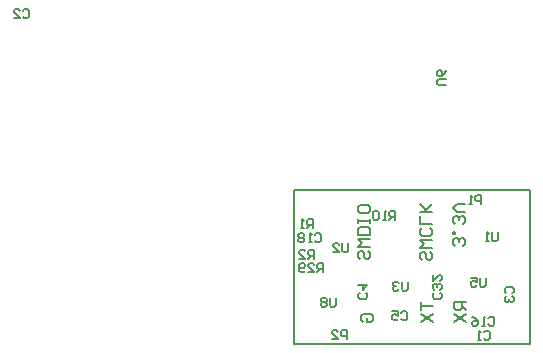
<source format=gbo>
%FSLAX25Y25*%
%MOIN*%
G70*
G01*
G75*
G04 Layer_Color=32896*
%ADD10R,0.02756X0.03347*%
%ADD11R,0.03347X0.02756*%
%ADD12O,0.03543X0.01969*%
%ADD13O,0.03543X0.01969*%
%ADD14R,0.03543X0.01969*%
%ADD15R,0.02362X0.02362*%
%ADD16R,0.02200X0.01378*%
%ADD17O,0.01102X0.03937*%
%ADD18O,0.03937X0.01102*%
%ADD19R,0.05906X0.05906*%
%ADD20R,0.02362X0.02362*%
%ADD21O,0.02400X0.00800*%
%ADD22O,0.00800X0.02400*%
%ADD23O,0.02756X0.00787*%
%ADD24O,0.00787X0.02756*%
%ADD25C,0.00600*%
%ADD26C,0.01000*%
%ADD27C,0.02000*%
%ADD28C,0.00800*%
%ADD29C,0.01500*%
%ADD30C,0.00500*%
%ADD31C,0.05906*%
%ADD32C,0.02000*%
%ADD33C,0.00787*%
%ADD34C,0.00984*%
%ADD35R,0.03556X0.04147*%
%ADD36R,0.04147X0.03556*%
%ADD37O,0.04343X0.02769*%
%ADD38O,0.04343X0.02769*%
%ADD39R,0.04343X0.02769*%
%ADD40R,0.03162X0.03162*%
%ADD41R,0.03000X0.02178*%
%ADD42O,0.01902X0.04737*%
%ADD43O,0.04737X0.01902*%
%ADD44R,0.06706X0.06706*%
%ADD45R,0.03162X0.03162*%
%ADD46O,0.03200X0.01600*%
%ADD47O,0.01600X0.03200*%
%ADD48O,0.03556X0.01587*%
%ADD49O,0.01587X0.03556*%
%ADD50C,0.06706*%
D30*
X24632Y-20134D02*
X25299Y-20801D01*
Y-22133D01*
X24632Y-22800D01*
X23966D01*
X23299Y-22133D01*
Y-20801D01*
X22633Y-20134D01*
X21967D01*
X21300Y-20801D01*
Y-22133D01*
X21967Y-22800D01*
X25299Y-18801D02*
X21300D01*
X22633Y-17468D01*
X21300Y-16136D01*
X25299D01*
Y-14803D02*
X21300D01*
Y-12803D01*
X21967Y-12137D01*
X24632D01*
X25299Y-12803D01*
Y-14803D01*
Y-10804D02*
Y-9471D01*
Y-10137D01*
X21300D01*
Y-10804D01*
Y-9471D01*
X25299Y-5472D02*
Y-6805D01*
X24632Y-7472D01*
X21967D01*
X21300Y-6805D01*
Y-5472D01*
X21967Y-4806D01*
X24632D01*
X25299Y-5472D01*
X45532Y-20434D02*
X46199Y-21101D01*
Y-22433D01*
X45532Y-23100D01*
X44866D01*
X44199Y-22433D01*
Y-21101D01*
X43533Y-20434D01*
X42866D01*
X42200Y-21101D01*
Y-22433D01*
X42866Y-23100D01*
X46199Y-19101D02*
X42200D01*
X43533Y-17768D01*
X42200Y-16435D01*
X46199D01*
X45532Y-12437D02*
X46199Y-13103D01*
Y-14436D01*
X45532Y-15103D01*
X42866D01*
X42200Y-14436D01*
Y-13103D01*
X42866Y-12437D01*
X46199Y-11104D02*
X42200D01*
Y-8438D01*
X46199Y-7105D02*
X42200D01*
X43533D01*
X46199Y-4439D01*
X44199Y-6439D01*
X42200Y-4439D01*
X56275Y-18682D02*
X56941Y-18015D01*
Y-16682D01*
X56275Y-16016D01*
X55608D01*
X54942Y-16682D01*
Y-17349D01*
Y-16682D01*
X54275Y-16016D01*
X53609D01*
X52942Y-16682D01*
Y-18015D01*
X53609Y-18682D01*
X52942Y-14683D02*
X53609D01*
Y-14017D01*
X52942D01*
Y-14683D01*
X56275Y-11351D02*
X56941Y-10684D01*
Y-9352D01*
X56275Y-8685D01*
X55608D01*
X54942Y-9352D01*
Y-10018D01*
Y-9352D01*
X54275Y-8685D01*
X53609D01*
X52942Y-9352D01*
Y-10684D01*
X53609Y-11351D01*
X56941Y-7352D02*
X54275D01*
X52942Y-6019D01*
X54275Y-4686D01*
X56941D01*
X23068Y-43866D02*
X22401Y-43199D01*
Y-41866D01*
X23068Y-41200D01*
X25734D01*
X26400Y-41866D01*
Y-43199D01*
X25734Y-43866D01*
X24401D01*
Y-42533D01*
X57300Y-37200D02*
X53301D01*
Y-39199D01*
X53968Y-39866D01*
X55301D01*
X55967Y-39199D01*
Y-37200D01*
Y-38533D02*
X57300Y-39866D01*
X53301Y-41199D02*
X57300Y-43865D01*
X53301D02*
X57300Y-41199D01*
X42401Y-37300D02*
Y-39966D01*
Y-38633D01*
X46400D01*
X42401Y-41299D02*
X46400Y-43964D01*
X42401D02*
X46400Y-41299D01*
X70828Y-34258D02*
X70329Y-33758D01*
Y-32758D01*
X70828Y-32258D01*
X72828D01*
X73328Y-32758D01*
Y-33758D01*
X72828Y-34258D01*
X70828Y-35257D02*
X70329Y-35757D01*
Y-36757D01*
X70828Y-37257D01*
X71328D01*
X71828Y-36757D01*
Y-36257D01*
Y-36757D01*
X72328Y-37257D01*
X72828D01*
X73328Y-36757D01*
Y-35757D01*
X72828Y-35257D01*
X17600Y-49600D02*
Y-46601D01*
X16101D01*
X15601Y-47101D01*
Y-48101D01*
X16101Y-48600D01*
X17600D01*
X12602Y-49600D02*
X14601D01*
X12602Y-47601D01*
Y-47101D01*
X13101Y-46601D01*
X14101D01*
X14601Y-47101D01*
X62500Y-4600D02*
Y-1601D01*
X61001D01*
X60501Y-2101D01*
Y-3101D01*
X61001Y-3600D01*
X62500D01*
X59501Y-4600D02*
X58501D01*
X59001D01*
Y-1601D01*
X59501Y-2101D01*
X9900Y-27400D02*
Y-24401D01*
X8400D01*
X7901Y-24901D01*
Y-25901D01*
X8400Y-26400D01*
X9900D01*
X8900D02*
X7901Y-27400D01*
X4902D02*
X6901D01*
X4902Y-25401D01*
Y-24901D01*
X5401Y-24401D01*
X6401D01*
X6901Y-24901D01*
X3902Y-26900D02*
X3402Y-27400D01*
X2402D01*
X1903Y-26900D01*
Y-24901D01*
X2402Y-24401D01*
X3402D01*
X3902Y-24901D01*
Y-25401D01*
X3402Y-25901D01*
X1903D01*
X68067Y-13943D02*
Y-16442D01*
X67567Y-16942D01*
X66567D01*
X66067Y-16442D01*
Y-13943D01*
X65068Y-16942D02*
X64068D01*
X64568D01*
Y-13943D01*
X65068Y-14442D01*
X18100Y-17701D02*
Y-20200D01*
X17600Y-20700D01*
X16601D01*
X16101Y-20200D01*
Y-17701D01*
X13102Y-20700D02*
X15101D01*
X13102Y-18701D01*
Y-18201D01*
X13601Y-17701D01*
X14601D01*
X15101Y-18201D01*
X48824Y-34182D02*
X49324Y-34682D01*
Y-35681D01*
X48824Y-36181D01*
X46825D01*
X46325Y-35681D01*
Y-34682D01*
X46825Y-34182D01*
X48824Y-33182D02*
X49324Y-32682D01*
Y-31683D01*
X48824Y-31183D01*
X48324D01*
X47825Y-31683D01*
Y-32182D01*
Y-31683D01*
X47325Y-31183D01*
X46825D01*
X46325Y-31683D01*
Y-32682D01*
X46825Y-33182D01*
X46325Y-28184D02*
Y-30183D01*
X48324Y-28184D01*
X48824D01*
X49324Y-28684D01*
Y-29683D01*
X48824Y-30183D01*
X6976Y-14782D02*
X7475Y-14282D01*
X8475D01*
X8975Y-14782D01*
Y-16781D01*
X8475Y-17281D01*
X7475D01*
X6976Y-16781D01*
X5976Y-17281D02*
X4976D01*
X5476D01*
Y-14282D01*
X5976Y-14782D01*
X3477D02*
X2977Y-14282D01*
X1977D01*
X1477Y-14782D01*
Y-15282D01*
X1977Y-15782D01*
X1477Y-16281D01*
Y-16781D01*
X1977Y-17281D01*
X2977D01*
X3477Y-16781D01*
Y-16281D01*
X2977Y-15782D01*
X3477Y-15282D01*
Y-14782D01*
X2977Y-15782D02*
X1977D01*
X6400Y-12575D02*
Y-9576D01*
X4901D01*
X4401Y-10076D01*
Y-11075D01*
X4901Y-11575D01*
X6400D01*
X5400D02*
X4401Y-12575D01*
X3401D02*
X2401D01*
X2901D01*
Y-9576D01*
X3401Y-10076D01*
X6900Y-22775D02*
Y-19776D01*
X5401D01*
X4901Y-20276D01*
Y-21275D01*
X5401Y-21775D01*
X6900D01*
X5900D02*
X4901Y-22775D01*
X1902D02*
X3901D01*
X1902Y-20775D01*
Y-20276D01*
X2402Y-19776D01*
X3401D01*
X3901Y-20276D01*
X50799Y35000D02*
X48300D01*
X47800Y35500D01*
Y36500D01*
X48300Y36999D01*
X50799D01*
Y39998D02*
X50299Y38999D01*
X49299Y37999D01*
X48300D01*
X47800Y38499D01*
Y39499D01*
X48300Y39998D01*
X48800D01*
X49299Y39499D01*
Y37999D01*
X14000Y-35801D02*
Y-38300D01*
X13500Y-38800D01*
X12501D01*
X12001Y-38300D01*
Y-35801D01*
X11001Y-36301D02*
X10501Y-35801D01*
X9501D01*
X9002Y-36301D01*
Y-36801D01*
X9501Y-37301D01*
X9002Y-37800D01*
Y-38300D01*
X9501Y-38800D01*
X10501D01*
X11001Y-38300D01*
Y-37800D01*
X10501Y-37301D01*
X11001Y-36801D01*
Y-36301D01*
X10501Y-37301D02*
X9501D01*
X63401Y-47301D02*
X63901Y-46801D01*
X64900D01*
X65400Y-47301D01*
Y-49300D01*
X64900Y-49800D01*
X63901D01*
X63401Y-49300D01*
X62401Y-49800D02*
X61401D01*
X61901D01*
Y-46801D01*
X62401Y-47301D01*
X-90336Y59899D02*
X-89837Y60399D01*
X-88837D01*
X-88337Y59899D01*
Y57900D01*
X-88837Y57400D01*
X-89837D01*
X-90336Y57900D01*
X-93335Y57400D02*
X-91336D01*
X-93335Y59399D01*
Y59899D01*
X-92836Y60399D01*
X-91836D01*
X-91336Y59899D01*
X33812Y-9875D02*
Y-6876D01*
X32312D01*
X31813Y-7376D01*
Y-8375D01*
X32312Y-8875D01*
X33812D01*
X32812D02*
X31813Y-9875D01*
X30813D02*
X29813D01*
X30313D01*
Y-6876D01*
X30813Y-7376D01*
X28314D02*
X27814Y-6876D01*
X26814D01*
X26314Y-7376D01*
Y-9375D01*
X26814Y-9875D01*
X27814D01*
X28314Y-9375D01*
Y-7376D01*
X64038Y-29201D02*
Y-31700D01*
X63538Y-32200D01*
X62538D01*
X62038Y-31700D01*
Y-29201D01*
X59039D02*
X61039D01*
Y-30700D01*
X60039Y-30201D01*
X59539D01*
X59039Y-30700D01*
Y-31700D01*
X59539Y-32200D01*
X60539D01*
X61039Y-31700D01*
X64801Y-42666D02*
X65301Y-42166D01*
X66300D01*
X66800Y-42666D01*
Y-44666D01*
X66300Y-45165D01*
X65301D01*
X64801Y-44666D01*
X63801Y-45165D02*
X62801D01*
X63301D01*
Y-42166D01*
X63801Y-42666D01*
X59302Y-42166D02*
X60302Y-42666D01*
X61302Y-43666D01*
Y-44666D01*
X60802Y-45165D01*
X59802D01*
X59302Y-44666D01*
Y-44166D01*
X59802Y-43666D01*
X61302D01*
X38000Y-30501D02*
Y-33000D01*
X37500Y-33500D01*
X36500D01*
X36001Y-33000D01*
Y-30501D01*
X35001Y-31001D02*
X34501Y-30501D01*
X33501D01*
X33002Y-31001D01*
Y-31501D01*
X33501Y-32000D01*
X34001D01*
X33501D01*
X33002Y-32500D01*
Y-33000D01*
X33501Y-33500D01*
X34501D01*
X35001Y-33000D01*
X23999Y-34206D02*
X24499Y-34706D01*
Y-35706D01*
X23999Y-36206D01*
X22000D01*
X21500Y-35706D01*
Y-34706D01*
X22000Y-34206D01*
X21500Y-31707D02*
X24499D01*
X22999Y-33206D01*
Y-31207D01*
X35901Y-40901D02*
X36400Y-40401D01*
X37400D01*
X37900Y-40901D01*
Y-42900D01*
X37400Y-43400D01*
X36400D01*
X35901Y-42900D01*
X32902Y-40401D02*
X34901D01*
Y-41901D01*
X33901Y-41401D01*
X33401D01*
X32902Y-41901D01*
Y-42900D01*
X33401Y-43400D01*
X34401D01*
X34901Y-42900D01*
X0Y-51181D02*
Y0D01*
Y-51181D02*
X78740D01*
Y0D01*
X0D02*
X78740D01*
M02*

</source>
